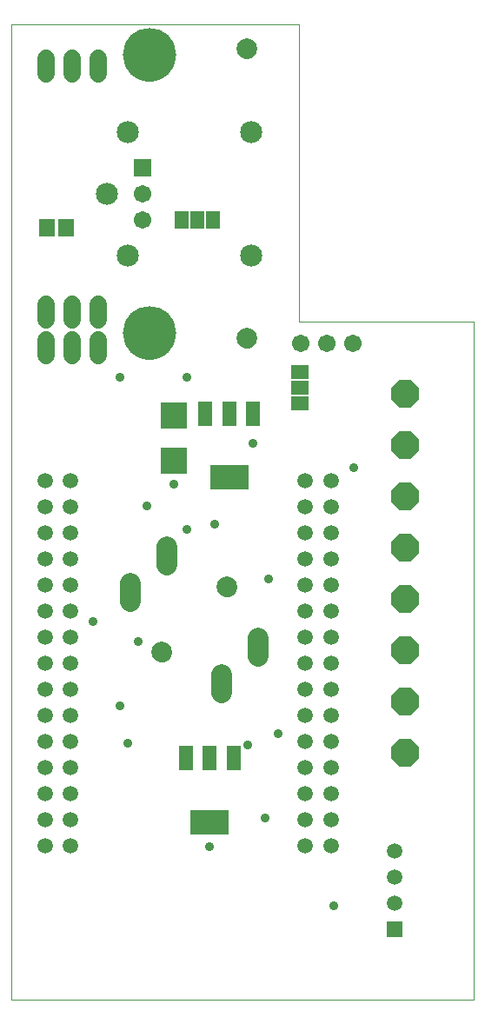
<source format=gts>
G75*
%MOIN*%
%OFA0B0*%
%FSLAX25Y25*%
%IPPOS*%
%LPD*%
%AMOC8*
5,1,8,0,0,1.08239X$1,22.5*
%
%ADD10C,0.00000*%
%ADD11C,0.20485*%
%ADD12C,0.05950*%
%ADD13C,0.07887*%
%ADD14R,0.06737X0.06737*%
%ADD15C,0.06737*%
%ADD16C,0.08477*%
%ADD17R,0.05599X0.09599*%
%ADD18R,0.14973X0.09461*%
%ADD19R,0.10249X0.10249*%
%ADD20OC8,0.10800*%
%ADD21R,0.07100X0.05400*%
%ADD22R,0.05400X0.07100*%
%ADD23R,0.05950X0.05950*%
%ADD24C,0.06800*%
%ADD25R,0.05918X0.07099*%
%ADD26C,0.07850*%
%ADD27C,0.07900*%
%ADD28C,0.03600*%
D10*
X0001406Y0008882D02*
X0001406Y0382898D01*
X0111643Y0382898D01*
X0111643Y0268725D01*
X0178572Y0268725D01*
X0178572Y0008882D01*
X0001406Y0008882D01*
X0055435Y0142051D02*
X0055437Y0142170D01*
X0055443Y0142288D01*
X0055453Y0142406D01*
X0055467Y0142524D01*
X0055484Y0142641D01*
X0055506Y0142758D01*
X0055532Y0142874D01*
X0055561Y0142989D01*
X0055594Y0143103D01*
X0055631Y0143215D01*
X0055672Y0143327D01*
X0055717Y0143437D01*
X0055765Y0143545D01*
X0055817Y0143652D01*
X0055872Y0143757D01*
X0055931Y0143860D01*
X0055993Y0143961D01*
X0056058Y0144060D01*
X0056127Y0144157D01*
X0056199Y0144251D01*
X0056274Y0144343D01*
X0056352Y0144432D01*
X0056433Y0144519D01*
X0056517Y0144603D01*
X0056604Y0144684D01*
X0056693Y0144762D01*
X0056785Y0144837D01*
X0056879Y0144909D01*
X0056976Y0144978D01*
X0057075Y0145043D01*
X0057176Y0145105D01*
X0057279Y0145164D01*
X0057384Y0145219D01*
X0057491Y0145271D01*
X0057599Y0145319D01*
X0057709Y0145364D01*
X0057821Y0145405D01*
X0057933Y0145442D01*
X0058047Y0145475D01*
X0058162Y0145504D01*
X0058278Y0145530D01*
X0058395Y0145552D01*
X0058512Y0145569D01*
X0058630Y0145583D01*
X0058748Y0145593D01*
X0058866Y0145599D01*
X0058985Y0145601D01*
X0059104Y0145599D01*
X0059222Y0145593D01*
X0059340Y0145583D01*
X0059458Y0145569D01*
X0059575Y0145552D01*
X0059692Y0145530D01*
X0059808Y0145504D01*
X0059923Y0145475D01*
X0060037Y0145442D01*
X0060149Y0145405D01*
X0060261Y0145364D01*
X0060371Y0145319D01*
X0060479Y0145271D01*
X0060586Y0145219D01*
X0060691Y0145164D01*
X0060794Y0145105D01*
X0060895Y0145043D01*
X0060994Y0144978D01*
X0061091Y0144909D01*
X0061185Y0144837D01*
X0061277Y0144762D01*
X0061366Y0144684D01*
X0061453Y0144603D01*
X0061537Y0144519D01*
X0061618Y0144432D01*
X0061696Y0144343D01*
X0061771Y0144251D01*
X0061843Y0144157D01*
X0061912Y0144060D01*
X0061977Y0143961D01*
X0062039Y0143860D01*
X0062098Y0143757D01*
X0062153Y0143652D01*
X0062205Y0143545D01*
X0062253Y0143437D01*
X0062298Y0143327D01*
X0062339Y0143215D01*
X0062376Y0143103D01*
X0062409Y0142989D01*
X0062438Y0142874D01*
X0062464Y0142758D01*
X0062486Y0142641D01*
X0062503Y0142524D01*
X0062517Y0142406D01*
X0062527Y0142288D01*
X0062533Y0142170D01*
X0062535Y0142051D01*
X0062533Y0141932D01*
X0062527Y0141814D01*
X0062517Y0141696D01*
X0062503Y0141578D01*
X0062486Y0141461D01*
X0062464Y0141344D01*
X0062438Y0141228D01*
X0062409Y0141113D01*
X0062376Y0140999D01*
X0062339Y0140887D01*
X0062298Y0140775D01*
X0062253Y0140665D01*
X0062205Y0140557D01*
X0062153Y0140450D01*
X0062098Y0140345D01*
X0062039Y0140242D01*
X0061977Y0140141D01*
X0061912Y0140042D01*
X0061843Y0139945D01*
X0061771Y0139851D01*
X0061696Y0139759D01*
X0061618Y0139670D01*
X0061537Y0139583D01*
X0061453Y0139499D01*
X0061366Y0139418D01*
X0061277Y0139340D01*
X0061185Y0139265D01*
X0061091Y0139193D01*
X0060994Y0139124D01*
X0060895Y0139059D01*
X0060794Y0138997D01*
X0060691Y0138938D01*
X0060586Y0138883D01*
X0060479Y0138831D01*
X0060371Y0138783D01*
X0060261Y0138738D01*
X0060149Y0138697D01*
X0060037Y0138660D01*
X0059923Y0138627D01*
X0059808Y0138598D01*
X0059692Y0138572D01*
X0059575Y0138550D01*
X0059458Y0138533D01*
X0059340Y0138519D01*
X0059222Y0138509D01*
X0059104Y0138503D01*
X0058985Y0138501D01*
X0058866Y0138503D01*
X0058748Y0138509D01*
X0058630Y0138519D01*
X0058512Y0138533D01*
X0058395Y0138550D01*
X0058278Y0138572D01*
X0058162Y0138598D01*
X0058047Y0138627D01*
X0057933Y0138660D01*
X0057821Y0138697D01*
X0057709Y0138738D01*
X0057599Y0138783D01*
X0057491Y0138831D01*
X0057384Y0138883D01*
X0057279Y0138938D01*
X0057176Y0138997D01*
X0057075Y0139059D01*
X0056976Y0139124D01*
X0056879Y0139193D01*
X0056785Y0139265D01*
X0056693Y0139340D01*
X0056604Y0139418D01*
X0056517Y0139499D01*
X0056433Y0139583D01*
X0056352Y0139670D01*
X0056274Y0139759D01*
X0056199Y0139851D01*
X0056127Y0139945D01*
X0056058Y0140042D01*
X0055993Y0140141D01*
X0055931Y0140242D01*
X0055872Y0140345D01*
X0055817Y0140450D01*
X0055765Y0140557D01*
X0055717Y0140665D01*
X0055672Y0140775D01*
X0055631Y0140887D01*
X0055594Y0140999D01*
X0055561Y0141113D01*
X0055532Y0141228D01*
X0055506Y0141344D01*
X0055484Y0141461D01*
X0055467Y0141578D01*
X0055453Y0141696D01*
X0055443Y0141814D01*
X0055437Y0141932D01*
X0055435Y0142051D01*
X0080435Y0167051D02*
X0080437Y0167170D01*
X0080443Y0167288D01*
X0080453Y0167406D01*
X0080467Y0167524D01*
X0080484Y0167641D01*
X0080506Y0167758D01*
X0080532Y0167874D01*
X0080561Y0167989D01*
X0080594Y0168103D01*
X0080631Y0168215D01*
X0080672Y0168327D01*
X0080717Y0168437D01*
X0080765Y0168545D01*
X0080817Y0168652D01*
X0080872Y0168757D01*
X0080931Y0168860D01*
X0080993Y0168961D01*
X0081058Y0169060D01*
X0081127Y0169157D01*
X0081199Y0169251D01*
X0081274Y0169343D01*
X0081352Y0169432D01*
X0081433Y0169519D01*
X0081517Y0169603D01*
X0081604Y0169684D01*
X0081693Y0169762D01*
X0081785Y0169837D01*
X0081879Y0169909D01*
X0081976Y0169978D01*
X0082075Y0170043D01*
X0082176Y0170105D01*
X0082279Y0170164D01*
X0082384Y0170219D01*
X0082491Y0170271D01*
X0082599Y0170319D01*
X0082709Y0170364D01*
X0082821Y0170405D01*
X0082933Y0170442D01*
X0083047Y0170475D01*
X0083162Y0170504D01*
X0083278Y0170530D01*
X0083395Y0170552D01*
X0083512Y0170569D01*
X0083630Y0170583D01*
X0083748Y0170593D01*
X0083866Y0170599D01*
X0083985Y0170601D01*
X0084104Y0170599D01*
X0084222Y0170593D01*
X0084340Y0170583D01*
X0084458Y0170569D01*
X0084575Y0170552D01*
X0084692Y0170530D01*
X0084808Y0170504D01*
X0084923Y0170475D01*
X0085037Y0170442D01*
X0085149Y0170405D01*
X0085261Y0170364D01*
X0085371Y0170319D01*
X0085479Y0170271D01*
X0085586Y0170219D01*
X0085691Y0170164D01*
X0085794Y0170105D01*
X0085895Y0170043D01*
X0085994Y0169978D01*
X0086091Y0169909D01*
X0086185Y0169837D01*
X0086277Y0169762D01*
X0086366Y0169684D01*
X0086453Y0169603D01*
X0086537Y0169519D01*
X0086618Y0169432D01*
X0086696Y0169343D01*
X0086771Y0169251D01*
X0086843Y0169157D01*
X0086912Y0169060D01*
X0086977Y0168961D01*
X0087039Y0168860D01*
X0087098Y0168757D01*
X0087153Y0168652D01*
X0087205Y0168545D01*
X0087253Y0168437D01*
X0087298Y0168327D01*
X0087339Y0168215D01*
X0087376Y0168103D01*
X0087409Y0167989D01*
X0087438Y0167874D01*
X0087464Y0167758D01*
X0087486Y0167641D01*
X0087503Y0167524D01*
X0087517Y0167406D01*
X0087527Y0167288D01*
X0087533Y0167170D01*
X0087535Y0167051D01*
X0087533Y0166932D01*
X0087527Y0166814D01*
X0087517Y0166696D01*
X0087503Y0166578D01*
X0087486Y0166461D01*
X0087464Y0166344D01*
X0087438Y0166228D01*
X0087409Y0166113D01*
X0087376Y0165999D01*
X0087339Y0165887D01*
X0087298Y0165775D01*
X0087253Y0165665D01*
X0087205Y0165557D01*
X0087153Y0165450D01*
X0087098Y0165345D01*
X0087039Y0165242D01*
X0086977Y0165141D01*
X0086912Y0165042D01*
X0086843Y0164945D01*
X0086771Y0164851D01*
X0086696Y0164759D01*
X0086618Y0164670D01*
X0086537Y0164583D01*
X0086453Y0164499D01*
X0086366Y0164418D01*
X0086277Y0164340D01*
X0086185Y0164265D01*
X0086091Y0164193D01*
X0085994Y0164124D01*
X0085895Y0164059D01*
X0085794Y0163997D01*
X0085691Y0163938D01*
X0085586Y0163883D01*
X0085479Y0163831D01*
X0085371Y0163783D01*
X0085261Y0163738D01*
X0085149Y0163697D01*
X0085037Y0163660D01*
X0084923Y0163627D01*
X0084808Y0163598D01*
X0084692Y0163572D01*
X0084575Y0163550D01*
X0084458Y0163533D01*
X0084340Y0163519D01*
X0084222Y0163509D01*
X0084104Y0163503D01*
X0083985Y0163501D01*
X0083866Y0163503D01*
X0083748Y0163509D01*
X0083630Y0163519D01*
X0083512Y0163533D01*
X0083395Y0163550D01*
X0083278Y0163572D01*
X0083162Y0163598D01*
X0083047Y0163627D01*
X0082933Y0163660D01*
X0082821Y0163697D01*
X0082709Y0163738D01*
X0082599Y0163783D01*
X0082491Y0163831D01*
X0082384Y0163883D01*
X0082279Y0163938D01*
X0082176Y0163997D01*
X0082075Y0164059D01*
X0081976Y0164124D01*
X0081879Y0164193D01*
X0081785Y0164265D01*
X0081693Y0164340D01*
X0081604Y0164418D01*
X0081517Y0164499D01*
X0081433Y0164583D01*
X0081352Y0164670D01*
X0081274Y0164759D01*
X0081199Y0164851D01*
X0081127Y0164945D01*
X0081058Y0165042D01*
X0080993Y0165141D01*
X0080931Y0165242D01*
X0080872Y0165345D01*
X0080817Y0165450D01*
X0080765Y0165557D01*
X0080717Y0165665D01*
X0080672Y0165775D01*
X0080631Y0165887D01*
X0080594Y0165999D01*
X0080561Y0166113D01*
X0080532Y0166228D01*
X0080506Y0166344D01*
X0080484Y0166461D01*
X0080467Y0166578D01*
X0080453Y0166696D01*
X0080443Y0166814D01*
X0080437Y0166932D01*
X0080435Y0167051D01*
X0088021Y0262425D02*
X0088023Y0262543D01*
X0088029Y0262662D01*
X0088039Y0262780D01*
X0088053Y0262897D01*
X0088070Y0263014D01*
X0088092Y0263131D01*
X0088118Y0263246D01*
X0088147Y0263361D01*
X0088180Y0263475D01*
X0088217Y0263587D01*
X0088258Y0263698D01*
X0088302Y0263808D01*
X0088350Y0263916D01*
X0088402Y0264023D01*
X0088457Y0264128D01*
X0088516Y0264231D01*
X0088578Y0264331D01*
X0088643Y0264430D01*
X0088712Y0264527D01*
X0088783Y0264621D01*
X0088858Y0264712D01*
X0088936Y0264802D01*
X0089017Y0264888D01*
X0089101Y0264972D01*
X0089187Y0265053D01*
X0089277Y0265131D01*
X0089368Y0265206D01*
X0089462Y0265277D01*
X0089559Y0265346D01*
X0089658Y0265411D01*
X0089758Y0265473D01*
X0089861Y0265532D01*
X0089966Y0265587D01*
X0090073Y0265639D01*
X0090181Y0265687D01*
X0090291Y0265731D01*
X0090402Y0265772D01*
X0090514Y0265809D01*
X0090628Y0265842D01*
X0090743Y0265871D01*
X0090858Y0265897D01*
X0090975Y0265919D01*
X0091092Y0265936D01*
X0091209Y0265950D01*
X0091327Y0265960D01*
X0091446Y0265966D01*
X0091564Y0265968D01*
X0091682Y0265966D01*
X0091801Y0265960D01*
X0091919Y0265950D01*
X0092036Y0265936D01*
X0092153Y0265919D01*
X0092270Y0265897D01*
X0092385Y0265871D01*
X0092500Y0265842D01*
X0092614Y0265809D01*
X0092726Y0265772D01*
X0092837Y0265731D01*
X0092947Y0265687D01*
X0093055Y0265639D01*
X0093162Y0265587D01*
X0093267Y0265532D01*
X0093370Y0265473D01*
X0093470Y0265411D01*
X0093569Y0265346D01*
X0093666Y0265277D01*
X0093760Y0265206D01*
X0093851Y0265131D01*
X0093941Y0265053D01*
X0094027Y0264972D01*
X0094111Y0264888D01*
X0094192Y0264802D01*
X0094270Y0264712D01*
X0094345Y0264621D01*
X0094416Y0264527D01*
X0094485Y0264430D01*
X0094550Y0264331D01*
X0094612Y0264231D01*
X0094671Y0264128D01*
X0094726Y0264023D01*
X0094778Y0263916D01*
X0094826Y0263808D01*
X0094870Y0263698D01*
X0094911Y0263587D01*
X0094948Y0263475D01*
X0094981Y0263361D01*
X0095010Y0263246D01*
X0095036Y0263131D01*
X0095058Y0263014D01*
X0095075Y0262897D01*
X0095089Y0262780D01*
X0095099Y0262662D01*
X0095105Y0262543D01*
X0095107Y0262425D01*
X0095105Y0262307D01*
X0095099Y0262188D01*
X0095089Y0262070D01*
X0095075Y0261953D01*
X0095058Y0261836D01*
X0095036Y0261719D01*
X0095010Y0261604D01*
X0094981Y0261489D01*
X0094948Y0261375D01*
X0094911Y0261263D01*
X0094870Y0261152D01*
X0094826Y0261042D01*
X0094778Y0260934D01*
X0094726Y0260827D01*
X0094671Y0260722D01*
X0094612Y0260619D01*
X0094550Y0260519D01*
X0094485Y0260420D01*
X0094416Y0260323D01*
X0094345Y0260229D01*
X0094270Y0260138D01*
X0094192Y0260048D01*
X0094111Y0259962D01*
X0094027Y0259878D01*
X0093941Y0259797D01*
X0093851Y0259719D01*
X0093760Y0259644D01*
X0093666Y0259573D01*
X0093569Y0259504D01*
X0093470Y0259439D01*
X0093370Y0259377D01*
X0093267Y0259318D01*
X0093162Y0259263D01*
X0093055Y0259211D01*
X0092947Y0259163D01*
X0092837Y0259119D01*
X0092726Y0259078D01*
X0092614Y0259041D01*
X0092500Y0259008D01*
X0092385Y0258979D01*
X0092270Y0258953D01*
X0092153Y0258931D01*
X0092036Y0258914D01*
X0091919Y0258900D01*
X0091801Y0258890D01*
X0091682Y0258884D01*
X0091564Y0258882D01*
X0091446Y0258884D01*
X0091327Y0258890D01*
X0091209Y0258900D01*
X0091092Y0258914D01*
X0090975Y0258931D01*
X0090858Y0258953D01*
X0090743Y0258979D01*
X0090628Y0259008D01*
X0090514Y0259041D01*
X0090402Y0259078D01*
X0090291Y0259119D01*
X0090181Y0259163D01*
X0090073Y0259211D01*
X0089966Y0259263D01*
X0089861Y0259318D01*
X0089758Y0259377D01*
X0089658Y0259439D01*
X0089559Y0259504D01*
X0089462Y0259573D01*
X0089368Y0259644D01*
X0089277Y0259719D01*
X0089187Y0259797D01*
X0089101Y0259878D01*
X0089017Y0259962D01*
X0088936Y0260048D01*
X0088858Y0260138D01*
X0088783Y0260229D01*
X0088712Y0260323D01*
X0088643Y0260420D01*
X0088578Y0260519D01*
X0088516Y0260619D01*
X0088457Y0260722D01*
X0088402Y0260827D01*
X0088350Y0260934D01*
X0088302Y0261042D01*
X0088258Y0261152D01*
X0088217Y0261263D01*
X0088180Y0261375D01*
X0088147Y0261489D01*
X0088118Y0261604D01*
X0088092Y0261719D01*
X0088070Y0261836D01*
X0088053Y0261953D01*
X0088039Y0262070D01*
X0088029Y0262188D01*
X0088023Y0262307D01*
X0088021Y0262425D01*
X0044319Y0264394D02*
X0044322Y0264636D01*
X0044331Y0264877D01*
X0044346Y0265118D01*
X0044366Y0265359D01*
X0044393Y0265599D01*
X0044426Y0265838D01*
X0044464Y0266077D01*
X0044508Y0266314D01*
X0044558Y0266551D01*
X0044614Y0266786D01*
X0044676Y0267019D01*
X0044743Y0267251D01*
X0044816Y0267482D01*
X0044894Y0267710D01*
X0044979Y0267936D01*
X0045068Y0268161D01*
X0045163Y0268383D01*
X0045264Y0268602D01*
X0045370Y0268820D01*
X0045481Y0269034D01*
X0045598Y0269246D01*
X0045719Y0269454D01*
X0045846Y0269660D01*
X0045978Y0269862D01*
X0046115Y0270062D01*
X0046256Y0270257D01*
X0046402Y0270450D01*
X0046553Y0270638D01*
X0046709Y0270823D01*
X0046869Y0271004D01*
X0047033Y0271181D01*
X0047202Y0271354D01*
X0047375Y0271523D01*
X0047552Y0271687D01*
X0047733Y0271847D01*
X0047918Y0272003D01*
X0048106Y0272154D01*
X0048299Y0272300D01*
X0048494Y0272441D01*
X0048694Y0272578D01*
X0048896Y0272710D01*
X0049102Y0272837D01*
X0049310Y0272958D01*
X0049522Y0273075D01*
X0049736Y0273186D01*
X0049954Y0273292D01*
X0050173Y0273393D01*
X0050395Y0273488D01*
X0050620Y0273577D01*
X0050846Y0273662D01*
X0051074Y0273740D01*
X0051305Y0273813D01*
X0051537Y0273880D01*
X0051770Y0273942D01*
X0052005Y0273998D01*
X0052242Y0274048D01*
X0052479Y0274092D01*
X0052718Y0274130D01*
X0052957Y0274163D01*
X0053197Y0274190D01*
X0053438Y0274210D01*
X0053679Y0274225D01*
X0053920Y0274234D01*
X0054162Y0274237D01*
X0054404Y0274234D01*
X0054645Y0274225D01*
X0054886Y0274210D01*
X0055127Y0274190D01*
X0055367Y0274163D01*
X0055606Y0274130D01*
X0055845Y0274092D01*
X0056082Y0274048D01*
X0056319Y0273998D01*
X0056554Y0273942D01*
X0056787Y0273880D01*
X0057019Y0273813D01*
X0057250Y0273740D01*
X0057478Y0273662D01*
X0057704Y0273577D01*
X0057929Y0273488D01*
X0058151Y0273393D01*
X0058370Y0273292D01*
X0058588Y0273186D01*
X0058802Y0273075D01*
X0059014Y0272958D01*
X0059222Y0272837D01*
X0059428Y0272710D01*
X0059630Y0272578D01*
X0059830Y0272441D01*
X0060025Y0272300D01*
X0060218Y0272154D01*
X0060406Y0272003D01*
X0060591Y0271847D01*
X0060772Y0271687D01*
X0060949Y0271523D01*
X0061122Y0271354D01*
X0061291Y0271181D01*
X0061455Y0271004D01*
X0061615Y0270823D01*
X0061771Y0270638D01*
X0061922Y0270450D01*
X0062068Y0270257D01*
X0062209Y0270062D01*
X0062346Y0269862D01*
X0062478Y0269660D01*
X0062605Y0269454D01*
X0062726Y0269246D01*
X0062843Y0269034D01*
X0062954Y0268820D01*
X0063060Y0268602D01*
X0063161Y0268383D01*
X0063256Y0268161D01*
X0063345Y0267936D01*
X0063430Y0267710D01*
X0063508Y0267482D01*
X0063581Y0267251D01*
X0063648Y0267019D01*
X0063710Y0266786D01*
X0063766Y0266551D01*
X0063816Y0266314D01*
X0063860Y0266077D01*
X0063898Y0265838D01*
X0063931Y0265599D01*
X0063958Y0265359D01*
X0063978Y0265118D01*
X0063993Y0264877D01*
X0064002Y0264636D01*
X0064005Y0264394D01*
X0064002Y0264152D01*
X0063993Y0263911D01*
X0063978Y0263670D01*
X0063958Y0263429D01*
X0063931Y0263189D01*
X0063898Y0262950D01*
X0063860Y0262711D01*
X0063816Y0262474D01*
X0063766Y0262237D01*
X0063710Y0262002D01*
X0063648Y0261769D01*
X0063581Y0261537D01*
X0063508Y0261306D01*
X0063430Y0261078D01*
X0063345Y0260852D01*
X0063256Y0260627D01*
X0063161Y0260405D01*
X0063060Y0260186D01*
X0062954Y0259968D01*
X0062843Y0259754D01*
X0062726Y0259542D01*
X0062605Y0259334D01*
X0062478Y0259128D01*
X0062346Y0258926D01*
X0062209Y0258726D01*
X0062068Y0258531D01*
X0061922Y0258338D01*
X0061771Y0258150D01*
X0061615Y0257965D01*
X0061455Y0257784D01*
X0061291Y0257607D01*
X0061122Y0257434D01*
X0060949Y0257265D01*
X0060772Y0257101D01*
X0060591Y0256941D01*
X0060406Y0256785D01*
X0060218Y0256634D01*
X0060025Y0256488D01*
X0059830Y0256347D01*
X0059630Y0256210D01*
X0059428Y0256078D01*
X0059222Y0255951D01*
X0059014Y0255830D01*
X0058802Y0255713D01*
X0058588Y0255602D01*
X0058370Y0255496D01*
X0058151Y0255395D01*
X0057929Y0255300D01*
X0057704Y0255211D01*
X0057478Y0255126D01*
X0057250Y0255048D01*
X0057019Y0254975D01*
X0056787Y0254908D01*
X0056554Y0254846D01*
X0056319Y0254790D01*
X0056082Y0254740D01*
X0055845Y0254696D01*
X0055606Y0254658D01*
X0055367Y0254625D01*
X0055127Y0254598D01*
X0054886Y0254578D01*
X0054645Y0254563D01*
X0054404Y0254554D01*
X0054162Y0254551D01*
X0053920Y0254554D01*
X0053679Y0254563D01*
X0053438Y0254578D01*
X0053197Y0254598D01*
X0052957Y0254625D01*
X0052718Y0254658D01*
X0052479Y0254696D01*
X0052242Y0254740D01*
X0052005Y0254790D01*
X0051770Y0254846D01*
X0051537Y0254908D01*
X0051305Y0254975D01*
X0051074Y0255048D01*
X0050846Y0255126D01*
X0050620Y0255211D01*
X0050395Y0255300D01*
X0050173Y0255395D01*
X0049954Y0255496D01*
X0049736Y0255602D01*
X0049522Y0255713D01*
X0049310Y0255830D01*
X0049102Y0255951D01*
X0048896Y0256078D01*
X0048694Y0256210D01*
X0048494Y0256347D01*
X0048299Y0256488D01*
X0048106Y0256634D01*
X0047918Y0256785D01*
X0047733Y0256941D01*
X0047552Y0257101D01*
X0047375Y0257265D01*
X0047202Y0257434D01*
X0047033Y0257607D01*
X0046869Y0257784D01*
X0046709Y0257965D01*
X0046553Y0258150D01*
X0046402Y0258338D01*
X0046256Y0258531D01*
X0046115Y0258726D01*
X0045978Y0258926D01*
X0045846Y0259128D01*
X0045719Y0259334D01*
X0045598Y0259542D01*
X0045481Y0259754D01*
X0045370Y0259968D01*
X0045264Y0260186D01*
X0045163Y0260405D01*
X0045068Y0260627D01*
X0044979Y0260852D01*
X0044894Y0261078D01*
X0044816Y0261306D01*
X0044743Y0261537D01*
X0044676Y0261769D01*
X0044614Y0262002D01*
X0044558Y0262237D01*
X0044508Y0262474D01*
X0044464Y0262711D01*
X0044426Y0262950D01*
X0044393Y0263189D01*
X0044366Y0263429D01*
X0044346Y0263670D01*
X0044331Y0263911D01*
X0044322Y0264152D01*
X0044319Y0264394D01*
X0044319Y0371087D02*
X0044322Y0371329D01*
X0044331Y0371570D01*
X0044346Y0371811D01*
X0044366Y0372052D01*
X0044393Y0372292D01*
X0044426Y0372531D01*
X0044464Y0372770D01*
X0044508Y0373007D01*
X0044558Y0373244D01*
X0044614Y0373479D01*
X0044676Y0373712D01*
X0044743Y0373944D01*
X0044816Y0374175D01*
X0044894Y0374403D01*
X0044979Y0374629D01*
X0045068Y0374854D01*
X0045163Y0375076D01*
X0045264Y0375295D01*
X0045370Y0375513D01*
X0045481Y0375727D01*
X0045598Y0375939D01*
X0045719Y0376147D01*
X0045846Y0376353D01*
X0045978Y0376555D01*
X0046115Y0376755D01*
X0046256Y0376950D01*
X0046402Y0377143D01*
X0046553Y0377331D01*
X0046709Y0377516D01*
X0046869Y0377697D01*
X0047033Y0377874D01*
X0047202Y0378047D01*
X0047375Y0378216D01*
X0047552Y0378380D01*
X0047733Y0378540D01*
X0047918Y0378696D01*
X0048106Y0378847D01*
X0048299Y0378993D01*
X0048494Y0379134D01*
X0048694Y0379271D01*
X0048896Y0379403D01*
X0049102Y0379530D01*
X0049310Y0379651D01*
X0049522Y0379768D01*
X0049736Y0379879D01*
X0049954Y0379985D01*
X0050173Y0380086D01*
X0050395Y0380181D01*
X0050620Y0380270D01*
X0050846Y0380355D01*
X0051074Y0380433D01*
X0051305Y0380506D01*
X0051537Y0380573D01*
X0051770Y0380635D01*
X0052005Y0380691D01*
X0052242Y0380741D01*
X0052479Y0380785D01*
X0052718Y0380823D01*
X0052957Y0380856D01*
X0053197Y0380883D01*
X0053438Y0380903D01*
X0053679Y0380918D01*
X0053920Y0380927D01*
X0054162Y0380930D01*
X0054404Y0380927D01*
X0054645Y0380918D01*
X0054886Y0380903D01*
X0055127Y0380883D01*
X0055367Y0380856D01*
X0055606Y0380823D01*
X0055845Y0380785D01*
X0056082Y0380741D01*
X0056319Y0380691D01*
X0056554Y0380635D01*
X0056787Y0380573D01*
X0057019Y0380506D01*
X0057250Y0380433D01*
X0057478Y0380355D01*
X0057704Y0380270D01*
X0057929Y0380181D01*
X0058151Y0380086D01*
X0058370Y0379985D01*
X0058588Y0379879D01*
X0058802Y0379768D01*
X0059014Y0379651D01*
X0059222Y0379530D01*
X0059428Y0379403D01*
X0059630Y0379271D01*
X0059830Y0379134D01*
X0060025Y0378993D01*
X0060218Y0378847D01*
X0060406Y0378696D01*
X0060591Y0378540D01*
X0060772Y0378380D01*
X0060949Y0378216D01*
X0061122Y0378047D01*
X0061291Y0377874D01*
X0061455Y0377697D01*
X0061615Y0377516D01*
X0061771Y0377331D01*
X0061922Y0377143D01*
X0062068Y0376950D01*
X0062209Y0376755D01*
X0062346Y0376555D01*
X0062478Y0376353D01*
X0062605Y0376147D01*
X0062726Y0375939D01*
X0062843Y0375727D01*
X0062954Y0375513D01*
X0063060Y0375295D01*
X0063161Y0375076D01*
X0063256Y0374854D01*
X0063345Y0374629D01*
X0063430Y0374403D01*
X0063508Y0374175D01*
X0063581Y0373944D01*
X0063648Y0373712D01*
X0063710Y0373479D01*
X0063766Y0373244D01*
X0063816Y0373007D01*
X0063860Y0372770D01*
X0063898Y0372531D01*
X0063931Y0372292D01*
X0063958Y0372052D01*
X0063978Y0371811D01*
X0063993Y0371570D01*
X0064002Y0371329D01*
X0064005Y0371087D01*
X0064002Y0370845D01*
X0063993Y0370604D01*
X0063978Y0370363D01*
X0063958Y0370122D01*
X0063931Y0369882D01*
X0063898Y0369643D01*
X0063860Y0369404D01*
X0063816Y0369167D01*
X0063766Y0368930D01*
X0063710Y0368695D01*
X0063648Y0368462D01*
X0063581Y0368230D01*
X0063508Y0367999D01*
X0063430Y0367771D01*
X0063345Y0367545D01*
X0063256Y0367320D01*
X0063161Y0367098D01*
X0063060Y0366879D01*
X0062954Y0366661D01*
X0062843Y0366447D01*
X0062726Y0366235D01*
X0062605Y0366027D01*
X0062478Y0365821D01*
X0062346Y0365619D01*
X0062209Y0365419D01*
X0062068Y0365224D01*
X0061922Y0365031D01*
X0061771Y0364843D01*
X0061615Y0364658D01*
X0061455Y0364477D01*
X0061291Y0364300D01*
X0061122Y0364127D01*
X0060949Y0363958D01*
X0060772Y0363794D01*
X0060591Y0363634D01*
X0060406Y0363478D01*
X0060218Y0363327D01*
X0060025Y0363181D01*
X0059830Y0363040D01*
X0059630Y0362903D01*
X0059428Y0362771D01*
X0059222Y0362644D01*
X0059014Y0362523D01*
X0058802Y0362406D01*
X0058588Y0362295D01*
X0058370Y0362189D01*
X0058151Y0362088D01*
X0057929Y0361993D01*
X0057704Y0361904D01*
X0057478Y0361819D01*
X0057250Y0361741D01*
X0057019Y0361668D01*
X0056787Y0361601D01*
X0056554Y0361539D01*
X0056319Y0361483D01*
X0056082Y0361433D01*
X0055845Y0361389D01*
X0055606Y0361351D01*
X0055367Y0361318D01*
X0055127Y0361291D01*
X0054886Y0361271D01*
X0054645Y0361256D01*
X0054404Y0361247D01*
X0054162Y0361244D01*
X0053920Y0361247D01*
X0053679Y0361256D01*
X0053438Y0361271D01*
X0053197Y0361291D01*
X0052957Y0361318D01*
X0052718Y0361351D01*
X0052479Y0361389D01*
X0052242Y0361433D01*
X0052005Y0361483D01*
X0051770Y0361539D01*
X0051537Y0361601D01*
X0051305Y0361668D01*
X0051074Y0361741D01*
X0050846Y0361819D01*
X0050620Y0361904D01*
X0050395Y0361993D01*
X0050173Y0362088D01*
X0049954Y0362189D01*
X0049736Y0362295D01*
X0049522Y0362406D01*
X0049310Y0362523D01*
X0049102Y0362644D01*
X0048896Y0362771D01*
X0048694Y0362903D01*
X0048494Y0363040D01*
X0048299Y0363181D01*
X0048106Y0363327D01*
X0047918Y0363478D01*
X0047733Y0363634D01*
X0047552Y0363794D01*
X0047375Y0363958D01*
X0047202Y0364127D01*
X0047033Y0364300D01*
X0046869Y0364477D01*
X0046709Y0364658D01*
X0046553Y0364843D01*
X0046402Y0365031D01*
X0046256Y0365224D01*
X0046115Y0365419D01*
X0045978Y0365619D01*
X0045846Y0365821D01*
X0045719Y0366027D01*
X0045598Y0366235D01*
X0045481Y0366447D01*
X0045370Y0366661D01*
X0045264Y0366879D01*
X0045163Y0367098D01*
X0045068Y0367320D01*
X0044979Y0367545D01*
X0044894Y0367771D01*
X0044816Y0367999D01*
X0044743Y0368230D01*
X0044676Y0368462D01*
X0044614Y0368695D01*
X0044558Y0368930D01*
X0044508Y0369167D01*
X0044464Y0369404D01*
X0044426Y0369643D01*
X0044393Y0369882D01*
X0044366Y0370122D01*
X0044346Y0370363D01*
X0044331Y0370604D01*
X0044322Y0370845D01*
X0044319Y0371087D01*
X0088021Y0373449D02*
X0088023Y0373567D01*
X0088029Y0373686D01*
X0088039Y0373804D01*
X0088053Y0373921D01*
X0088070Y0374038D01*
X0088092Y0374155D01*
X0088118Y0374270D01*
X0088147Y0374385D01*
X0088180Y0374499D01*
X0088217Y0374611D01*
X0088258Y0374722D01*
X0088302Y0374832D01*
X0088350Y0374940D01*
X0088402Y0375047D01*
X0088457Y0375152D01*
X0088516Y0375255D01*
X0088578Y0375355D01*
X0088643Y0375454D01*
X0088712Y0375551D01*
X0088783Y0375645D01*
X0088858Y0375736D01*
X0088936Y0375826D01*
X0089017Y0375912D01*
X0089101Y0375996D01*
X0089187Y0376077D01*
X0089277Y0376155D01*
X0089368Y0376230D01*
X0089462Y0376301D01*
X0089559Y0376370D01*
X0089658Y0376435D01*
X0089758Y0376497D01*
X0089861Y0376556D01*
X0089966Y0376611D01*
X0090073Y0376663D01*
X0090181Y0376711D01*
X0090291Y0376755D01*
X0090402Y0376796D01*
X0090514Y0376833D01*
X0090628Y0376866D01*
X0090743Y0376895D01*
X0090858Y0376921D01*
X0090975Y0376943D01*
X0091092Y0376960D01*
X0091209Y0376974D01*
X0091327Y0376984D01*
X0091446Y0376990D01*
X0091564Y0376992D01*
X0091682Y0376990D01*
X0091801Y0376984D01*
X0091919Y0376974D01*
X0092036Y0376960D01*
X0092153Y0376943D01*
X0092270Y0376921D01*
X0092385Y0376895D01*
X0092500Y0376866D01*
X0092614Y0376833D01*
X0092726Y0376796D01*
X0092837Y0376755D01*
X0092947Y0376711D01*
X0093055Y0376663D01*
X0093162Y0376611D01*
X0093267Y0376556D01*
X0093370Y0376497D01*
X0093470Y0376435D01*
X0093569Y0376370D01*
X0093666Y0376301D01*
X0093760Y0376230D01*
X0093851Y0376155D01*
X0093941Y0376077D01*
X0094027Y0375996D01*
X0094111Y0375912D01*
X0094192Y0375826D01*
X0094270Y0375736D01*
X0094345Y0375645D01*
X0094416Y0375551D01*
X0094485Y0375454D01*
X0094550Y0375355D01*
X0094612Y0375255D01*
X0094671Y0375152D01*
X0094726Y0375047D01*
X0094778Y0374940D01*
X0094826Y0374832D01*
X0094870Y0374722D01*
X0094911Y0374611D01*
X0094948Y0374499D01*
X0094981Y0374385D01*
X0095010Y0374270D01*
X0095036Y0374155D01*
X0095058Y0374038D01*
X0095075Y0373921D01*
X0095089Y0373804D01*
X0095099Y0373686D01*
X0095105Y0373567D01*
X0095107Y0373449D01*
X0095105Y0373331D01*
X0095099Y0373212D01*
X0095089Y0373094D01*
X0095075Y0372977D01*
X0095058Y0372860D01*
X0095036Y0372743D01*
X0095010Y0372628D01*
X0094981Y0372513D01*
X0094948Y0372399D01*
X0094911Y0372287D01*
X0094870Y0372176D01*
X0094826Y0372066D01*
X0094778Y0371958D01*
X0094726Y0371851D01*
X0094671Y0371746D01*
X0094612Y0371643D01*
X0094550Y0371543D01*
X0094485Y0371444D01*
X0094416Y0371347D01*
X0094345Y0371253D01*
X0094270Y0371162D01*
X0094192Y0371072D01*
X0094111Y0370986D01*
X0094027Y0370902D01*
X0093941Y0370821D01*
X0093851Y0370743D01*
X0093760Y0370668D01*
X0093666Y0370597D01*
X0093569Y0370528D01*
X0093470Y0370463D01*
X0093370Y0370401D01*
X0093267Y0370342D01*
X0093162Y0370287D01*
X0093055Y0370235D01*
X0092947Y0370187D01*
X0092837Y0370143D01*
X0092726Y0370102D01*
X0092614Y0370065D01*
X0092500Y0370032D01*
X0092385Y0370003D01*
X0092270Y0369977D01*
X0092153Y0369955D01*
X0092036Y0369938D01*
X0091919Y0369924D01*
X0091801Y0369914D01*
X0091682Y0369908D01*
X0091564Y0369906D01*
X0091446Y0369908D01*
X0091327Y0369914D01*
X0091209Y0369924D01*
X0091092Y0369938D01*
X0090975Y0369955D01*
X0090858Y0369977D01*
X0090743Y0370003D01*
X0090628Y0370032D01*
X0090514Y0370065D01*
X0090402Y0370102D01*
X0090291Y0370143D01*
X0090181Y0370187D01*
X0090073Y0370235D01*
X0089966Y0370287D01*
X0089861Y0370342D01*
X0089758Y0370401D01*
X0089658Y0370463D01*
X0089559Y0370528D01*
X0089462Y0370597D01*
X0089368Y0370668D01*
X0089277Y0370743D01*
X0089187Y0370821D01*
X0089101Y0370902D01*
X0089017Y0370986D01*
X0088936Y0371072D01*
X0088858Y0371162D01*
X0088783Y0371253D01*
X0088712Y0371347D01*
X0088643Y0371444D01*
X0088578Y0371543D01*
X0088516Y0371643D01*
X0088457Y0371746D01*
X0088402Y0371851D01*
X0088350Y0371958D01*
X0088302Y0372066D01*
X0088258Y0372176D01*
X0088217Y0372287D01*
X0088180Y0372399D01*
X0088147Y0372513D01*
X0088118Y0372628D01*
X0088092Y0372743D01*
X0088070Y0372860D01*
X0088053Y0372977D01*
X0088039Y0373094D01*
X0088029Y0373212D01*
X0088023Y0373331D01*
X0088021Y0373449D01*
D11*
X0054162Y0371087D03*
X0054162Y0264394D03*
D12*
X0024123Y0208016D03*
X0024123Y0198016D03*
X0024123Y0188016D03*
X0024123Y0178016D03*
X0024123Y0168016D03*
X0024123Y0158016D03*
X0024123Y0148016D03*
X0024123Y0138016D03*
X0024123Y0128016D03*
X0024123Y0118016D03*
X0024123Y0108016D03*
X0024123Y0098016D03*
X0024123Y0088016D03*
X0024123Y0078016D03*
X0024123Y0068016D03*
X0014398Y0068016D03*
X0014398Y0078016D03*
X0014398Y0088016D03*
X0014398Y0098016D03*
X0014398Y0108016D03*
X0014398Y0118016D03*
X0014398Y0128016D03*
X0014398Y0138016D03*
X0014398Y0148016D03*
X0014398Y0158016D03*
X0014398Y0168016D03*
X0014398Y0178016D03*
X0014398Y0188016D03*
X0014398Y0198016D03*
X0014398Y0208016D03*
X0114123Y0208016D03*
X0114123Y0198016D03*
X0114123Y0188016D03*
X0114123Y0178016D03*
X0114123Y0168016D03*
X0114123Y0158016D03*
X0114123Y0148016D03*
X0114123Y0138016D03*
X0114123Y0128016D03*
X0114123Y0118016D03*
X0114123Y0108016D03*
X0114123Y0098016D03*
X0114123Y0088016D03*
X0114123Y0078016D03*
X0114123Y0068016D03*
X0123847Y0068016D03*
X0123847Y0078016D03*
X0123847Y0088016D03*
X0123847Y0098016D03*
X0123847Y0108016D03*
X0123847Y0118016D03*
X0123847Y0128016D03*
X0123847Y0138016D03*
X0123847Y0148016D03*
X0123847Y0158016D03*
X0123847Y0168016D03*
X0123847Y0178016D03*
X0123847Y0188016D03*
X0123847Y0198016D03*
X0123847Y0208016D03*
X0148257Y0066008D03*
X0148257Y0056008D03*
X0148257Y0046008D03*
D13*
X0091564Y0262425D03*
X0091564Y0373449D03*
D14*
X0051564Y0327937D03*
D15*
X0051564Y0317937D03*
X0051564Y0307937D03*
X0112154Y0260693D03*
X0122154Y0260693D03*
X0132154Y0260693D03*
D16*
X0093178Y0294236D03*
X0093178Y0341480D03*
X0045934Y0341480D03*
X0038060Y0317858D03*
X0045934Y0294236D03*
D17*
X0075772Y0233681D03*
X0084871Y0233681D03*
X0093969Y0233681D03*
X0086489Y0101398D03*
X0077391Y0101398D03*
X0068292Y0101398D03*
D18*
X0077391Y0076996D03*
X0084871Y0209280D03*
D19*
X0063611Y0215575D03*
X0063611Y0232898D03*
D20*
X0152194Y0241165D03*
X0152194Y0221480D03*
X0152194Y0201795D03*
X0152194Y0182110D03*
X0152194Y0162425D03*
X0152194Y0142740D03*
X0152194Y0123055D03*
X0152194Y0103370D03*
D21*
X0112036Y0237528D03*
X0112036Y0243528D03*
X0112036Y0249528D03*
D22*
X0078666Y0307701D03*
X0072666Y0307701D03*
X0066666Y0307701D03*
D23*
X0148257Y0036008D03*
D24*
X0034635Y0255882D02*
X0034635Y0261882D01*
X0034635Y0269662D02*
X0034635Y0275662D01*
X0024635Y0275662D02*
X0024635Y0269662D01*
X0024635Y0261882D02*
X0024635Y0255882D01*
X0014635Y0255882D02*
X0014635Y0261882D01*
X0014635Y0269662D02*
X0014635Y0275662D01*
X0014635Y0363756D02*
X0014635Y0369756D01*
X0024635Y0369756D02*
X0024635Y0363756D01*
X0034635Y0363756D02*
X0034635Y0369756D01*
D25*
X0022469Y0304945D03*
X0014989Y0304945D03*
D26*
X0061085Y0182476D02*
X0061085Y0175426D01*
X0047085Y0168476D02*
X0047085Y0161426D01*
X0081885Y0133676D02*
X0081885Y0126626D01*
X0095885Y0140626D02*
X0095885Y0147676D01*
D27*
X0083985Y0167051D03*
X0058985Y0142051D03*
D28*
X0049831Y0146284D03*
X0043139Y0121480D03*
X0045894Y0107307D03*
X0032509Y0153764D03*
X0053375Y0198252D03*
X0063611Y0206520D03*
X0068729Y0189197D03*
X0079359Y0191165D03*
X0093926Y0222268D03*
X0099831Y0170299D03*
X0103769Y0110850D03*
X0091957Y0106520D03*
X0098650Y0078567D03*
X0077391Y0067543D03*
X0125028Y0044709D03*
X0132509Y0212819D03*
X0068729Y0247465D03*
X0043139Y0247465D03*
M02*

</source>
